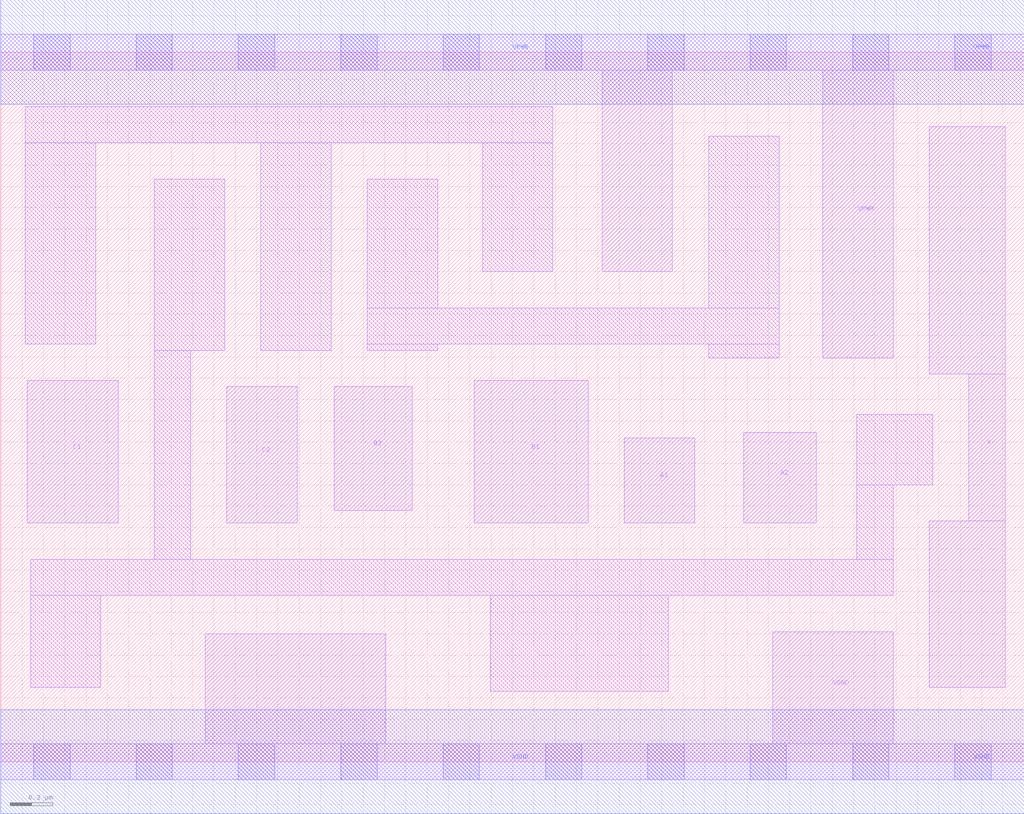
<source format=lef>
# Copyright 2020 The SkyWater PDK Authors
#
# Licensed under the Apache License, Version 2.0 (the "License");
# you may not use this file except in compliance with the License.
# You may obtain a copy of the License at
#
#     https://www.apache.org/licenses/LICENSE-2.0
#
# Unless required by applicable law or agreed to in writing, software
# distributed under the License is distributed on an "AS IS" BASIS,
# WITHOUT WARRANTIES OR CONDITIONS OF ANY KIND, either express or implied.
# See the License for the specific language governing permissions and
# limitations under the License.
#
# SPDX-License-Identifier: Apache-2.0

VERSION 5.7 ;
  NAMESCASESENSITIVE ON ;
  NOWIREEXTENSIONATPIN ON ;
  DIVIDERCHAR "/" ;
  BUSBITCHARS "[]" ;
UNITS
  DATABASE MICRONS 200 ;
END UNITS
MACRO sky130_fd_sc_ms__a222o_1
  CLASS CORE ;
  SOURCE USER ;
  FOREIGN sky130_fd_sc_ms__a222o_1 ;
  ORIGIN  0.000000  0.000000 ;
  SIZE  4.800000 BY  3.330000 ;
  SYMMETRY X Y ;
  SITE unit ;
  PIN A1
    ANTENNAGATEAREA  0.276000 ;
    DIRECTION INPUT ;
    USE SIGNAL ;
    PORT
      LAYER li1 ;
        RECT 2.925000 1.120000 3.255000 1.520000 ;
    END
  END A1
  PIN A2
    ANTENNAGATEAREA  0.276000 ;
    DIRECTION INPUT ;
    USE SIGNAL ;
    PORT
      LAYER li1 ;
        RECT 3.485000 1.120000 3.825000 1.545000 ;
    END
  END A2
  PIN B1
    ANTENNAGATEAREA  0.276000 ;
    DIRECTION INPUT ;
    USE SIGNAL ;
    PORT
      LAYER li1 ;
        RECT 2.220000 1.120000 2.755000 1.790000 ;
    END
  END B1
  PIN B2
    ANTENNAGATEAREA  0.276000 ;
    DIRECTION INPUT ;
    USE SIGNAL ;
    PORT
      LAYER li1 ;
        RECT 1.565000 1.180000 1.930000 1.760000 ;
    END
  END B2
  PIN C1
    ANTENNAGATEAREA  0.276000 ;
    DIRECTION INPUT ;
    USE SIGNAL ;
    PORT
      LAYER li1 ;
        RECT 0.125000 1.120000 0.550000 1.790000 ;
    END
  END C1
  PIN C2
    ANTENNAGATEAREA  0.276000 ;
    DIRECTION INPUT ;
    USE SIGNAL ;
    PORT
      LAYER li1 ;
        RECT 1.060000 1.120000 1.390000 1.760000 ;
    END
  END C2
  PIN X
    ANTENNADIFFAREA  0.524500 ;
    DIRECTION OUTPUT ;
    USE SIGNAL ;
    PORT
      LAYER li1 ;
        RECT 4.355000 0.350000 4.710000 1.130000 ;
        RECT 4.355000 1.820000 4.710000 2.980000 ;
        RECT 4.540000 1.130000 4.710000 1.820000 ;
    END
  END X
  PIN VGND
    DIRECTION INOUT ;
    USE GROUND ;
    PORT
      LAYER li1 ;
        RECT 0.000000 -0.085000 4.800000 0.085000 ;
        RECT 0.960000  0.085000 1.805000 0.600000 ;
        RECT 3.620000  0.085000 4.185000 0.610000 ;
      LAYER mcon ;
        RECT 0.155000 -0.085000 0.325000 0.085000 ;
        RECT 0.635000 -0.085000 0.805000 0.085000 ;
        RECT 1.115000 -0.085000 1.285000 0.085000 ;
        RECT 1.595000 -0.085000 1.765000 0.085000 ;
        RECT 2.075000 -0.085000 2.245000 0.085000 ;
        RECT 2.555000 -0.085000 2.725000 0.085000 ;
        RECT 3.035000 -0.085000 3.205000 0.085000 ;
        RECT 3.515000 -0.085000 3.685000 0.085000 ;
        RECT 3.995000 -0.085000 4.165000 0.085000 ;
        RECT 4.475000 -0.085000 4.645000 0.085000 ;
      LAYER met1 ;
        RECT 0.000000 -0.245000 4.800000 0.245000 ;
    END
  END VGND
  PIN VPWR
    DIRECTION INOUT ;
    USE POWER ;
    PORT
      LAYER li1 ;
        RECT 0.000000 3.245000 4.800000 3.415000 ;
        RECT 2.820000 2.300000 3.150000 3.245000 ;
        RECT 3.855000 1.895000 4.185000 3.245000 ;
      LAYER mcon ;
        RECT 0.155000 3.245000 0.325000 3.415000 ;
        RECT 0.635000 3.245000 0.805000 3.415000 ;
        RECT 1.115000 3.245000 1.285000 3.415000 ;
        RECT 1.595000 3.245000 1.765000 3.415000 ;
        RECT 2.075000 3.245000 2.245000 3.415000 ;
        RECT 2.555000 3.245000 2.725000 3.415000 ;
        RECT 3.035000 3.245000 3.205000 3.415000 ;
        RECT 3.515000 3.245000 3.685000 3.415000 ;
        RECT 3.995000 3.245000 4.165000 3.415000 ;
        RECT 4.475000 3.245000 4.645000 3.415000 ;
      LAYER met1 ;
        RECT 0.000000 3.085000 4.800000 3.575000 ;
    END
  END VPWR
  OBS
    LAYER li1 ;
      RECT 0.115000 1.960000 0.445000 2.905000 ;
      RECT 0.115000 2.905000 2.590000 3.075000 ;
      RECT 0.140000 0.350000 0.470000 0.780000 ;
      RECT 0.140000 0.780000 4.185000 0.950000 ;
      RECT 0.720000 0.950000 0.890000 1.930000 ;
      RECT 0.720000 1.930000 1.050000 2.735000 ;
      RECT 1.220000 1.930000 1.550000 2.905000 ;
      RECT 1.720000 1.930000 2.050000 1.960000 ;
      RECT 1.720000 1.960000 3.650000 2.130000 ;
      RECT 1.720000 2.130000 2.050000 2.735000 ;
      RECT 2.260000 2.300000 2.590000 2.905000 ;
      RECT 2.295000 0.330000 3.130000 0.780000 ;
      RECT 3.320000 1.895000 3.650000 1.960000 ;
      RECT 3.320000 2.130000 3.650000 2.935000 ;
      RECT 4.015000 0.950000 4.185000 1.300000 ;
      RECT 4.015000 1.300000 4.370000 1.630000 ;
  END
END sky130_fd_sc_ms__a222o_1

</source>
